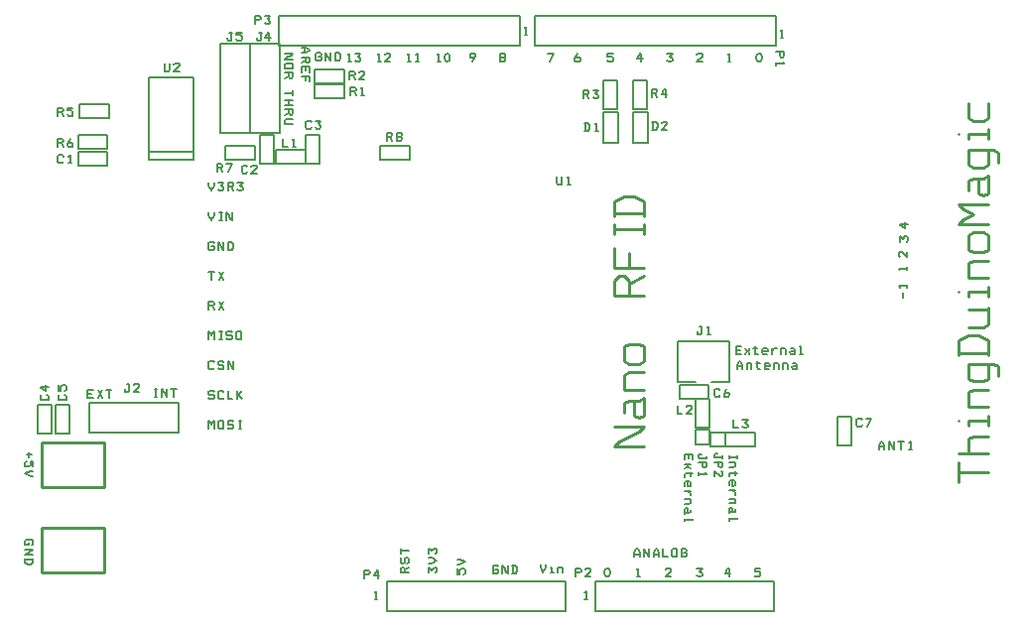
<source format=gto>
*
G04 Mass Parameters ***
*
G04 Image ***
*
%INC:\SVN\HWTREE\PROJECT\NANO_SHIELD\NANO_SHIELD_RX2.SST*%
%ICAS*%
%MOIN*%
%IPPOS*%
%ASAXBY*%
G74*%FSLAN2X34Y34*%
*
G04 Aperture Definitions ***
*
%ADD10C,0.1280*%
%ADD11C,0.0400*%
%ADD12R,0.0394X0.0394*%
%ADD13R,0.0236X0.0354*%
%ADD14R,0.0354X0.0236*%
%ADD15R,0.0390X0.0320*%
%ADD16R,0.0390X0.0390*%
%ADD17R,0.0410X0.0870*%
%ADD18C,0.0580*%
%ADD19R,0.0580X0.0580*%
%ADD20R,0.0300X0.0150*%
%ADD21R,0.0150X0.0300*%
%ADD22C,0.0620*%
%ADD23R,0.1850X0.1350*%
%ADD24O,0.0334X0.0931*%
%ADD25O,0.0931X0.0334*%
%ADD26O,0.0470X0.0140*%
%ADD27R,0.0470X0.0140*%
%ADD28C,0.0350*%
%ADD29C,0.0010*%
%ADD30C,0.0100*%
%ADD31C,0.0150*%
%ADD32C,0.0080*%
%ADD33C,0.0500*%
%ADD34C,0.0170*%
%ADD35C,0.0200*%
%ADD36R,0.1200X0.1200*%
%ADD37R,0.0472X0.0472*%
%ADD38R,0.0275X0.0393*%
%ADD39R,0.0393X0.0275*%
%ADD40R,0.0450X0.0380*%
%ADD41R,0.0450X0.0450*%
%ADD42R,0.0410X0.0750*%
%ADD43R,0.0330X0.0220*%
%ADD44R,0.0220X0.0330*%
%ADD45C,0.0640*%
%ADD46R,0.0640X0.0640*%
%ADD47C,0.0670*%
%ADD48R,0.1900X0.1400*%
%ADD49O,0.0394X0.0990*%
%ADD50O,0.0990X0.0394*%
%ADD51O,0.0510X0.0190*%
%ADD52R,0.0510X0.0190*%
%ADD53C,0.0157*%
%ADD54C,0.0079*%
%ADD55C,0.0051*%
%ADD56C,0.0050*%
%ADD57C,0.0060*%
*
G04 Plot Data ***
*
G54D30*
G01X0021134Y0013842D02*
X0020134D01*
X0021134Y0013758D02*
Y0014258D01*
X0020801Y0014425D01*
X0020467D01*
X0020134Y0014258D01*
Y0013758D01*
X0021134Y0013475D02*
Y0013142D01*
Y0013308D02*
X0020134D01*
Y0013475D02*
Y0013142D01*
X0020634Y0012525D02*
Y0012025D01*
X0021134D02*
X0020134D01*
Y0012692D01*
X0020634Y0011492D02*
X0021134Y0011742D01*
X0020634Y0011075D02*
Y0011575D01*
X0020467Y0011742D01*
X0020301D01*
X0020134Y0011575D01*
Y0011075D01*
X0021134D01*
Y0008883D02*
X0020967Y0008800D01*
X0020634D01*
X0020467Y0008883D01*
Y0009383D01*
X0020634Y0009467D01*
X0020967D01*
X0021134Y0009383D01*
Y0008883D01*
Y0008517D02*
X0020634D01*
X0020467Y0008433D01*
Y0007933D01*
X0021134D01*
X0020467Y0007150D02*
Y0007483D01*
X0020634Y0007567D01*
X0020967D01*
X0021134Y0007650D01*
Y0007067D01*
X0020967Y0006983D01*
X0020801Y0007067D01*
Y0007567D01*
X0020134Y0006700D02*
X0021134D01*
X0020967Y0006533D01*
X0020301Y0006200D01*
X0020134Y0006033D01*
X0021134D01*
X0032017Y0017550D02*
Y0017050D01*
X0032184Y0016967D01*
X0032517D01*
X0032684Y0017050D01*
Y0017550D01*
X0031685Y0016516D02*
X0031683D01*
Y0016517D01*
X0031685D01*
Y0016516D01*
X0032684Y0016683D02*
Y0016350D01*
Y0016517D02*
X0032017D01*
Y0016350D01*
X0033017Y0015567D02*
Y0015900D01*
X0032851Y0015983D01*
X0032017D01*
Y0015483D01*
X0032184Y0015400D01*
X0032517D01*
X0032684Y0015483D01*
Y0015983D01*
X0032017Y0014617D02*
Y0014950D01*
X0032184Y0015033D01*
X0032517D01*
X0032684Y0015117D01*
Y0014533D01*
X0032517Y0014450D01*
X0032351Y0014533D01*
Y0015033D01*
X0032684Y0014167D02*
X0031684D01*
X0031851Y0014000D01*
X0032184Y0013833D01*
X0031851Y0013667D01*
X0031684Y0013500D01*
X0032684D01*
Y0012633D02*
X0032517Y0012550D01*
X0032184D01*
X0032017Y0012633D01*
Y0013133D01*
X0032184Y0013217D01*
X0032517D01*
X0032684Y0013133D01*
Y0012633D01*
Y0012267D02*
X0032184D01*
X0032017Y0012183D01*
Y0011683D01*
X0032684D01*
X0031685Y0011232D02*
X0031683D01*
Y0011234D01*
X0031685D01*
Y0011232D01*
X0032684Y0011400D02*
Y0011067D01*
Y0011233D02*
X0032017D01*
Y0011067D01*
Y0010617D02*
X0032684D01*
Y0010700D02*
Y0010117D01*
X0032517Y0010033D01*
X0032017D01*
X0032684Y0009167D02*
X0031684D01*
X0032684Y0009083D02*
Y0009583D01*
X0032351Y0009750D01*
X0032017D01*
X0031684Y0009583D01*
Y0009083D01*
X0033017Y0008383D02*
Y0008717D01*
X0032851Y0008800D01*
X0032017D01*
Y0008300D01*
X0032184Y0008217D01*
X0032517D01*
X0032684Y0008300D01*
Y0008800D01*
Y0007933D02*
X0032184D01*
X0032017Y0007850D01*
Y0007350D01*
X0032684D01*
X0031685Y0006899D02*
X0031683D01*
Y0006901D01*
X0031685D01*
Y0006899D01*
X0032684Y0007067D02*
Y0006733D01*
Y0006900D02*
X0032017D01*
Y0006733D01*
X0032684Y0006367D02*
X0032184D01*
X0032017Y0006283D01*
Y0005783D01*
X0032684D02*
X0031684D01*
X0032684Y0005167D02*
X0031684D01*
Y0005500D02*
Y0004833D01*
X0003000Y0001800D02*
Y0003300D01*
X0000900D01*
Y0001800D01*
X0003000D01*
Y0004650D02*
Y0006150D01*
X0000900D01*
Y0004650D01*
X0003000D01*
G54D32*
G01X0008900Y0016550D02*
X0007900D01*
Y0019550D01*
X0008900D01*
Y0016550D01*
X0006900Y0019550D02*
X0007900D01*
Y0016550D01*
X0006900D01*
Y0019550D01*
X0005500Y0007500D02*
Y0006500D01*
X0002500D01*
Y0007500D01*
X0005500D01*
X0008850Y0020500D02*
Y0019500D01*
X0016950D01*
Y0020500D01*
X0016400D01*
X0015400D01*
X0014400D01*
X0013400D01*
X0012400D01*
X0010400D01*
X0008850D01*
X0017450D02*
Y0019500D01*
X0025550D01*
Y0020500D01*
X0025000D01*
X0024000D01*
X0023000D01*
X0022000D01*
X0021000D01*
X0019000D01*
X0017450D01*
X0018500Y0001500D02*
Y0000500D01*
X0012500D01*
Y0001500D01*
X0018500D01*
X0025500D02*
Y0000500D01*
X0019500D01*
Y0001500D01*
X0025500D01*
X0004500Y0015923D02*
X0006000D01*
X0004500Y0015673D02*
Y0018423D01*
X0006000D01*
Y0015673D01*
X0004500D01*
G54D55*
G01X0000764Y0007441D02*
X0001236D01*
Y0006458D01*
X0000764D01*
Y0007441D01*
X0001364D02*
X0001836D01*
Y0006458D01*
X0001364D01*
Y0007441D01*
X0002108Y0015460D02*
Y0015932D01*
X0003091D01*
Y0015460D01*
X0002108D01*
X0003141Y0017532D02*
Y0017060D01*
X0002158D01*
Y0017532D01*
X0003141D01*
X0020764Y0018341D02*
X0021236D01*
Y0017358D01*
X0020764D01*
Y0018341D01*
X0019764D02*
X0020236D01*
Y0017358D01*
X0019764D01*
Y0018341D01*
X0010058Y0017714D02*
Y0018186D01*
X0011041D01*
Y0017714D01*
X0010058D01*
X0027614Y0007041D02*
X0028086D01*
Y0006058D01*
X0027614D01*
Y0007041D01*
X0022864Y0007641D02*
X0023336D01*
Y0006658D01*
X0022864D01*
Y0007641D01*
X0012258Y0015664D02*
Y0016136D01*
X0013241D01*
Y0015664D01*
X0012258D01*
X0008214Y0016491D02*
X0008686D01*
Y0015508D01*
X0008214D01*
Y0016491D01*
X0009764D02*
X0010236D01*
Y0015508D01*
X0009764D01*
Y0016491D01*
X0002108Y0016010D02*
Y0016482D01*
X0003091D01*
Y0016010D01*
X0002108D01*
X0008041Y0016136D02*
Y0015664D01*
X0007058D01*
Y0016136D01*
X0008041D01*
X0010058Y0018214D02*
Y0018686D01*
X0011041D01*
Y0018214D01*
X0010058D01*
X0009741Y0015986D02*
Y0015514D01*
X0008758D01*
Y0015986D01*
X0009741D01*
X0022308Y0007614D02*
Y0008086D01*
X0023291D01*
Y0007614D01*
X0022308D01*
X0024841Y0006486D02*
Y0006014D01*
X0023858D01*
Y0006486D01*
X0024841D01*
G54D56*
G01X0008572Y0019744D02*
X0008394D01*
X0008483Y0019922D01*
X0008527D01*
Y0019656D01*
X0008116Y0019744D02*
Y0019700D01*
X0008138Y0019656D01*
X0008227D01*
X0008249Y0019700D01*
Y0019922D01*
X0008272D02*
X0008183D01*
X0023502Y0005025D02*
Y0005203D01*
X0023680Y0005025D01*
X0023724D01*
X0023769Y0005047D01*
Y0005180D01*
X0023724Y0005203D01*
X0023635Y0005503D02*
Y0005369D01*
X0023680Y0005325D01*
X0023724D01*
X0023769Y0005369D01*
Y0005503D01*
X0023502D01*
X0023591Y0005780D02*
X0023547D01*
X0023502Y0005758D01*
Y0005669D01*
X0023547Y0005647D01*
X0023769D01*
Y0005625D02*
Y0005714D01*
X0022958Y0005058D02*
Y0005147D01*
Y0005102D02*
X0023225D01*
X0023181Y0005147D01*
X0023092Y0005491D02*
Y0005358D01*
X0023136Y0005313D01*
X0023181D01*
X0023225Y0005358D01*
Y0005491D01*
X0022958D01*
X0023047Y0005769D02*
X0023003D01*
X0022958Y0005747D01*
Y0005658D01*
X0023003Y0005635D01*
X0023225D01*
Y0005613D02*
Y0005702D01*
X0023850Y0006480D02*
Y0006020D01*
X0023350D01*
Y0006480D01*
X0023850D01*
X0022870Y0006600D02*
X0023330D01*
Y0006100D01*
X0022870D01*
Y0006600D01*
X0021250Y0016240D02*
Y0017260D01*
X0020750D01*
Y0016240D01*
X0021250D01*
X0020250D02*
Y0017260D01*
X0019750D01*
Y0016240D01*
X0020250D01*
G54D57*
G01X0026447Y0009137D02*
X0026358D01*
X0026402D02*
Y0009404D01*
X0026358D01*
X0026060Y0009315D02*
X0026149D01*
X0026171Y0009271D01*
Y0009182D01*
X0026193Y0009137D01*
X0026038D01*
X0026016Y0009182D01*
X0026038Y0009226D01*
X0026171D01*
X0025873Y0009137D02*
Y0009271D01*
X0025851Y0009315D01*
X0025718D01*
Y0009137D01*
X0025576Y0009315D02*
X0025487D01*
X0025465Y0009271D01*
X0025420D01*
Y0009315D02*
Y0009137D01*
X0025256D02*
X0025122D01*
X0025100Y0009182D01*
Y0009271D01*
X0025122Y0009315D01*
X0025256D01*
X0025278Y0009271D01*
Y0009226D01*
X0025100D01*
X0024936Y0009315D02*
X0024802D01*
X0024958Y0009137D02*
X0024869D01*
X0024847Y0009182D01*
Y0009404D01*
X0024660Y0009315D02*
X0024638Y0009271D01*
X0024549Y0009182D01*
X0024527Y0009137D01*
X0024660D02*
X0024638Y0009182D01*
X0024549Y0009271D01*
X0024527Y0009315D01*
X0024340Y0009271D02*
X0024207D01*
X0024385Y0009137D02*
X0024207D01*
Y0009404D01*
X0024385D01*
X0026132Y0008815D02*
X0026221D01*
X0026243Y0008771D01*
Y0008682D01*
X0026266Y0008637D01*
X0026110D01*
X0026088Y0008682D01*
X0026110Y0008726D01*
X0026243D01*
X0025946Y0008637D02*
Y0008771D01*
X0025923Y0008815D01*
X0025790D01*
Y0008637D01*
X0025648D02*
Y0008771D01*
X0025626Y0008815D01*
X0025492D01*
Y0008637D01*
X0025328D02*
X0025195D01*
X0025172Y0008682D01*
Y0008771D01*
X0025195Y0008815D01*
X0025328D01*
X0025350Y0008771D01*
Y0008726D01*
X0025172D01*
X0025008Y0008815D02*
X0024875D01*
X0025030Y0008637D02*
X0024941D01*
X0024919Y0008682D01*
Y0008904D01*
X0024732Y0008637D02*
Y0008771D01*
X0024710Y0008815D01*
X0024577D01*
Y0008637D01*
X0024435Y0008726D02*
X0024257D01*
X0024435Y0008637D02*
Y0008771D01*
X0024368Y0008904D01*
X0024324D01*
X0024257Y0008771D01*
Y0008637D01*
X0026447Y0009137D02*
X0026358D01*
X0026402D02*
Y0009404D01*
X0026358D01*
X0026060Y0009315D02*
X0026149D01*
X0026171Y0009271D01*
Y0009182D01*
X0026193Y0009137D01*
X0026038D01*
X0026016Y0009182D01*
X0026038Y0009226D01*
X0026171D01*
X0025873Y0009137D02*
Y0009271D01*
X0025851Y0009315D01*
X0025718D01*
Y0009137D01*
X0025576Y0009315D02*
X0025487D01*
X0025465Y0009271D01*
X0025420D01*
Y0009315D02*
Y0009137D01*
X0025256D02*
X0025122D01*
X0025100Y0009182D01*
Y0009271D01*
X0025122Y0009315D01*
X0025256D01*
X0025278Y0009271D01*
Y0009226D01*
X0025100D01*
X0024936Y0009315D02*
X0024802D01*
X0024958Y0009137D02*
X0024869D01*
X0024847Y0009182D01*
Y0009404D01*
X0024660Y0009315D02*
X0024638Y0009271D01*
X0024549Y0009182D01*
X0024527Y0009137D01*
X0024660D02*
X0024638Y0009182D01*
X0024549Y0009271D01*
X0024527Y0009315D01*
X0024340Y0009271D02*
X0024207D01*
X0024385Y0009137D02*
X0024207D01*
Y0009404D01*
X0024385D01*
X0023996Y0003536D02*
Y0003625D01*
Y0003581D02*
X0024262D01*
Y0003625D01*
X0024174Y0003923D02*
Y0003834D01*
X0024129Y0003812D01*
X0024040D01*
X0023996Y0003790D01*
Y0003945D01*
X0024040Y0003967D01*
X0024085Y0003945D01*
Y0003812D01*
X0023996Y0004110D02*
X0024129D01*
X0024174Y0004132D01*
Y0004265D01*
X0023996D01*
X0024174Y0004407D02*
Y0004496D01*
X0024129Y0004518D01*
Y0004563D01*
X0024174D02*
X0023996D01*
Y0004727D02*
Y0004861D01*
X0024040Y0004883D01*
X0024129D01*
X0024174Y0004861D01*
Y0004727D01*
X0024129Y0004705D01*
X0024085D01*
Y0004883D01*
X0024174Y0005047D02*
Y0005181D01*
X0023996Y0005025D02*
Y0005114D01*
X0024040Y0005136D01*
X0024262D01*
X0023996Y0005323D02*
X0024129D01*
X0024174Y0005345D01*
Y0005478D01*
X0023996D01*
Y0005621D02*
Y0005709D01*
Y0005665D02*
X0024262D01*
Y0005621D02*
Y0005709D01*
X0009334Y0016851D02*
X0009112D01*
X0009067Y0016873D01*
Y0017007D01*
X0009112Y0017029D01*
X0009334D01*
X0009201Y0017238D02*
X0009067Y0017171D01*
X0009201Y0017349D02*
Y0017216D01*
X0009245Y0017171D01*
X0009290D01*
X0009334Y0017216D01*
Y0017349D01*
X0009067D01*
X0009201Y0017491D02*
Y0017669D01*
X0009067Y0017491D02*
X0009334D01*
X0009067Y0017669D02*
X0009334D01*
X0009067Y0017900D02*
X0009334D01*
Y0017811D02*
Y0017989D01*
X0009188Y0018465D02*
X0009055Y0018399D01*
X0009188Y0018577D02*
Y0018443D01*
X0009233Y0018399D01*
X0009277D01*
X0009321Y0018443D01*
Y0018577D01*
X0009055D01*
Y0018874D02*
X0009099Y0018897D01*
X0009277D01*
X0009321Y0018874D01*
Y0018741D01*
X0009277Y0018719D01*
X0009099D01*
X0009055Y0018741D01*
Y0018874D01*
X0009321Y0019039D02*
X0009055D01*
X0009099Y0019083D01*
X0009277Y0019172D01*
X0009321Y0019217D01*
X0009055D01*
X0000336Y0002228D02*
X0000603D01*
X0000336Y0002250D02*
Y0002117D01*
X0000425Y0002072D01*
X0000514D01*
X0000603Y0002117D01*
Y0002250D01*
Y0002392D02*
X0000336D01*
X0000381Y0002437D01*
X0000558Y0002526D01*
X0000603Y0002570D01*
X0000336D01*
X0000469Y0002801D02*
Y0002712D01*
X0000381D01*
X0000336Y0002735D01*
Y0002868D01*
X0000381Y0002890D01*
X0000558D01*
X0000603Y0002868D01*
Y0002735D01*
X0000558Y0002712D01*
X0007426Y0019711D02*
X0007448Y0019667D01*
X0007582D01*
X0007604Y0019711D01*
Y0019800D01*
X0007559Y0019844D01*
X0007426D01*
Y0019933D01*
X0007604D01*
X0007128Y0019755D02*
Y0019711D01*
X0007151Y0019667D01*
X0007239D01*
X0007262Y0019711D01*
Y0019933D01*
X0007284D02*
X0007195D01*
X0000603Y0005022D02*
X0000514D01*
X0000336Y0005111D01*
X0000514Y0005200D01*
X0000603D01*
X0000381Y0005520D02*
X0000336Y0005498D01*
Y0005365D01*
X0000381Y0005342D01*
X0000469D01*
X0000514Y0005387D01*
Y0005520D01*
X0000603D01*
Y0005342D01*
X0000558Y0005751D02*
X0000381D01*
X0000469Y0005662D02*
Y0005840D01*
X0004153Y0007855D02*
X0003975D01*
X0004153Y0008033D01*
Y0008077D01*
X0004131Y0008122D01*
X0003998D01*
X0003975Y0008077D01*
X0003678Y0007944D02*
Y0007899D01*
X0003700Y0007855D01*
X0003789D01*
X0003811Y0007899D01*
Y0008122D01*
X0003833D02*
X0003744D01*
X0001017Y0008081D02*
Y0007903D01*
X0000840Y0007992D01*
Y0008037D01*
X0001106D01*
X0001062Y0007761D02*
X0001106Y0007739D01*
Y0007606D01*
X0001062Y0007583D01*
X0000884D01*
X0000840Y0007606D01*
Y0007739D01*
X0000884Y0007761D01*
X0005318Y0007705D02*
Y0007971D01*
X0005407D02*
X0005229D01*
X0005087D02*
Y0007705D01*
X0005042Y0007749D01*
X0004953Y0007927D01*
X0004909Y0007971D01*
Y0007705D01*
X0004767D02*
X0004678D01*
X0004722D02*
Y0007971D01*
X0004767D02*
X0004678D01*
X0003140Y0007655D02*
Y0007921D01*
X0003229D02*
X0003051D01*
X0002909Y0007655D02*
X0002776Y0007921D01*
X0002909D02*
X0002776Y0007655D01*
X0002567Y0007788D02*
X0002433D01*
X0002611Y0007655D02*
X0002433D01*
Y0007921D01*
X0002611D01*
X0007440Y0009621D02*
X0007418Y0009666D01*
Y0009843D01*
X0007440Y0009888D01*
X0007573D01*
X0007596Y0009843D01*
Y0009666D01*
X0007573Y0009621D01*
X0007440D01*
X0007276Y0009843D02*
X0007253Y0009888D01*
X0007120D01*
X0007098Y0009843D01*
Y0009799D01*
X0007120Y0009754D01*
X0007253D01*
X0007276Y0009710D01*
Y0009666D01*
X0007253Y0009621D01*
X0007120D01*
X0007098Y0009666D01*
X0006956Y0009621D02*
X0006867D01*
X0006911D02*
Y0009888D01*
X0006956D02*
X0006867D01*
X0006680Y0009621D02*
Y0009888D01*
X0006636Y0009843D01*
X0006591Y0009754D01*
X0006547Y0009843D01*
X0006502Y0009888D01*
Y0009621D01*
X0007276Y0013888D02*
Y0013621D01*
X0007231Y0013666D01*
X0007142Y0013843D01*
X0007098Y0013888D01*
Y0013621D01*
X0006956D02*
X0006867D01*
X0006911D02*
Y0013888D01*
X0006956D02*
X0006867D01*
X0006680D02*
Y0013799D01*
X0006591Y0013621D01*
X0006502Y0013799D01*
Y0013888D01*
X0007320Y0008888D02*
Y0008621D01*
X0007276Y0008666D01*
X0007187Y0008843D01*
X0007142Y0008888D01*
Y0008621D01*
X0007000Y0008843D02*
X0006978Y0008888D01*
X0006844D01*
X0006822Y0008843D01*
Y0008799D01*
X0006844Y0008754D01*
X0006978D01*
X0007000Y0008710D01*
Y0008666D01*
X0006978Y0008621D01*
X0006844D01*
X0006822Y0008666D01*
X0006680D02*
X0006658Y0008621D01*
X0006524D01*
X0006502Y0008666D01*
Y0008843D01*
X0006524Y0008888D01*
X0006658D01*
X0006680Y0008843D01*
X0007618Y0007621D02*
X0007484Y0007754D01*
X0007618Y0007888D01*
X0007440D02*
Y0007621D01*
X0007298D02*
X0007142D01*
Y0007888D01*
X0007000Y0007666D02*
X0006978Y0007621D01*
X0006844D01*
X0006822Y0007666D01*
Y0007843D01*
X0006844Y0007888D01*
X0006978D01*
X0007000Y0007843D01*
X0006680D02*
X0006658Y0007888D01*
X0006524D01*
X0006502Y0007843D01*
Y0007799D01*
X0006524Y0007754D01*
X0006658D01*
X0006680Y0007710D01*
Y0007666D01*
X0006658Y0007621D01*
X0006524D01*
X0006502Y0007666D01*
X0007462Y0014666D02*
X0007507Y0014621D01*
X0007596D01*
X0007640Y0014666D01*
Y0014710D01*
X0007551Y0014799D01*
X0007640Y0014888D01*
X0007462D01*
X0007253Y0014754D02*
X0007320Y0014621D01*
X0007142Y0014754D02*
X0007276D01*
X0007320Y0014799D01*
Y0014843D01*
X0007276Y0014888D01*
X0007142D01*
Y0014621D01*
X0006822Y0014666D02*
X0006867Y0014621D01*
X0006956D01*
X0007000Y0014666D01*
Y0014710D01*
X0006911Y0014799D01*
X0007000Y0014888D01*
X0006822D01*
X0006680D02*
Y0014799D01*
X0006591Y0014621D01*
X0006502Y0014799D01*
Y0014888D01*
X0007596Y0006621D02*
X0007507D01*
X0007551D02*
Y0006888D01*
X0007596D02*
X0007507D01*
X0007320Y0006843D02*
X0007298Y0006888D01*
X0007164D01*
X0007142Y0006843D01*
Y0006799D01*
X0007164Y0006754D01*
X0007298D01*
X0007320Y0006710D01*
Y0006666D01*
X0007298Y0006621D01*
X0007164D01*
X0007142Y0006666D01*
X0006844Y0006621D02*
X0006822Y0006666D01*
Y0006843D01*
X0006844Y0006888D01*
X0006978D01*
X0007000Y0006843D01*
Y0006666D01*
X0006978Y0006621D01*
X0006844D01*
X0006680D02*
Y0006888D01*
X0006636Y0006843D01*
X0006591Y0006754D01*
X0006547Y0006843D01*
X0006502Y0006888D01*
Y0006621D01*
X0001889Y0015550D02*
X0001800D01*
X0001845D02*
Y0015816D01*
X0001800Y0015772D01*
X0001614Y0015594D02*
X0001592Y0015550D01*
X0001458D01*
X0001436Y0015594D01*
Y0015772D01*
X0001458Y0015816D01*
X0001592D01*
X0001614Y0015772D01*
X0021887Y0017861D02*
X0021710D01*
X0021799Y0018039D01*
X0021843D01*
Y0017772D01*
X0021501Y0017906D02*
X0021567Y0017772D01*
X0021390Y0017906D02*
X0021523D01*
X0021567Y0017950D01*
Y0017994D01*
X0021523Y0018039D01*
X0021390D01*
Y0017772D01*
X0001753Y0017184D02*
X0001776Y0017140D01*
X0001909D01*
X0001931Y0017184D01*
Y0017273D01*
X0001887Y0017317D01*
X0001753D01*
Y0017406D01*
X0001931D01*
X0001544Y0017273D02*
X0001611Y0017140D01*
X0001433Y0017273D02*
X0001567D01*
X0001611Y0017317D01*
Y0017362D01*
X0001567Y0017406D01*
X0001433D01*
Y0017140D01*
X0019410Y0017767D02*
X0019454Y0017722D01*
X0019543D01*
X0019587Y0017767D01*
Y0017811D01*
X0019499Y0017900D01*
X0019587Y0017989D01*
X0019410D01*
X0019201Y0017856D02*
X0019267Y0017722D01*
X0019090Y0017856D02*
X0019223D01*
X0019267Y0017900D01*
Y0017944D01*
X0019223Y0017989D01*
X0019090D01*
Y0017722D01*
X0012167Y0000905D02*
X0012078D01*
X0012122D02*
Y0001171D01*
X0012078Y0001127D01*
X0016709Y0001761D02*
Y0002028D01*
X0016687Y0001761D02*
X0016821D01*
X0016865Y0001850D01*
Y0001939D01*
X0016821Y0002028D01*
X0016687D01*
X0016545D02*
Y0001761D01*
X0016501Y0001806D01*
X0016412Y0001983D01*
X0016367Y0002028D01*
Y0001761D01*
X0016136Y0001894D02*
X0016225D01*
Y0001806D01*
X0016203Y0001761D01*
X0016069D01*
X0016047Y0001806D01*
Y0001983D01*
X0016069Y0002028D01*
X0016203D01*
X0016225Y0001983D01*
X0019578Y0016620D02*
X0019489D01*
X0019534D02*
Y0016887D01*
X0019489Y0016842D01*
X0019147Y0016620D02*
Y0016887D01*
X0019125Y0016620D02*
X0019258D01*
X0019303Y0016709D01*
Y0016798D01*
X0019258Y0016887D01*
X0019125D01*
X0019217Y0000905D02*
X0019128D01*
X0019172D02*
Y0001171D01*
X0019128Y0001127D01*
X0023828Y0007837D02*
X0023962D01*
X0023984Y0007792D01*
Y0007748D01*
X0023962Y0007704D01*
X0023828D01*
X0023806Y0007748D01*
Y0007792D01*
X0023895Y0007970D01*
X0023664Y0007748D02*
X0023642Y0007704D01*
X0023508D01*
X0023486Y0007748D01*
Y0007926D01*
X0023508Y0007970D01*
X0023642D01*
X0023664Y0007926D01*
X0025794Y0019767D02*
X0025705D01*
X0025750D02*
Y0020034D01*
X0025705Y0019990D01*
X0019325Y0001655D02*
X0019148D01*
X0019325Y0001833D01*
Y0001877D01*
X0019303Y0001922D01*
X0019170D01*
X0019148Y0001877D01*
X0018828Y0001788D02*
X0018961D01*
X0019005Y0001833D01*
Y0001877D01*
X0018961Y0001922D01*
X0018828D01*
Y0001655D01*
X0009756Y0018328D02*
Y0018461D01*
X0009622D02*
X0009889D01*
Y0018283D01*
X0009756Y0018648D02*
Y0018781D01*
X0009622Y0018603D02*
Y0018781D01*
X0009889D01*
Y0018603D01*
X0009756Y0018990D02*
X0009622Y0018923D01*
X0009756Y0019101D02*
Y0018968D01*
X0009800Y0018923D01*
X0009844D01*
X0009889Y0018968D01*
Y0019101D01*
X0009622D01*
X0009711Y0019243D02*
Y0019421D01*
X0009622Y0019243D02*
X0009756D01*
X0009889Y0019310D01*
Y0019354D01*
X0009756Y0019421D01*
X0009622D01*
X0006978Y0010621D02*
X0006844Y0010888D01*
X0006978D02*
X0006844Y0010621D01*
X0006613Y0010754D02*
X0006680Y0010621D01*
X0006502Y0010754D02*
X0006636D01*
X0006680Y0010799D01*
Y0010843D01*
X0006636Y0010888D01*
X0006502D01*
Y0010621D01*
X0010759Y0018983D02*
Y0019250D01*
X0010737Y0018983D02*
X0010871D01*
X0010915Y0019072D01*
Y0019161D01*
X0010871Y0019250D01*
X0010737D01*
X0010595D02*
Y0018983D01*
X0010551Y0019028D01*
X0010462Y0019206D01*
X0010417Y0019250D01*
Y0018983D01*
X0010186Y0019117D02*
X0010275D01*
Y0019028D01*
X0010253Y0018983D01*
X0010119D01*
X0010097Y0019028D01*
Y0019206D01*
X0010119Y0019250D01*
X0010253D01*
X0010275Y0019206D01*
X0022715Y0007122D02*
X0022537D01*
X0022715Y0007300D01*
Y0007344D01*
X0022693Y0007389D01*
X0022560D01*
X0022537Y0007344D01*
X0022395Y0007122D02*
X0022240D01*
Y0007389D01*
X0029953Y0012565D02*
Y0012388D01*
X0029775Y0012565D01*
X0029731D01*
X0029686Y0012543D01*
Y0012410D01*
X0029731Y0012388D01*
X0007164Y0012621D02*
Y0012888D01*
X0007142Y0012621D02*
X0007276D01*
X0007320Y0012710D01*
Y0012799D01*
X0007276Y0012888D01*
X0007142D01*
X0007000D02*
Y0012621D01*
X0006956Y0012666D01*
X0006867Y0012843D01*
X0006822Y0012888D01*
Y0012621D01*
X0006591Y0012754D02*
X0006680D01*
Y0012666D01*
X0006658Y0012621D01*
X0006524D01*
X0006502Y0012666D01*
Y0012843D01*
X0006524Y0012888D01*
X0006658D01*
X0006680Y0012843D01*
X0011734Y0018354D02*
X0011556D01*
X0011734Y0018531D01*
Y0018576D01*
X0011712Y0018620D01*
X0011578D01*
X0011556Y0018576D01*
X0011347Y0018487D02*
X0011414Y0018354D01*
X0011236Y0018487D02*
X0011369D01*
X0011414Y0018531D01*
Y0018576D01*
X0011369Y0018620D01*
X0011236D01*
Y0018354D01*
X0017942Y0018961D02*
X0018075Y0019228D01*
X0017897D01*
X0018376Y0001783D02*
Y0001917D01*
X0018354Y0001961D01*
X0018221D01*
Y0001783D01*
X0018034Y0002050D02*
X0018078Y0001783D02*
X0017989D01*
X0018034D02*
Y0001961D01*
X0017989D01*
X0017825Y0002050D02*
Y0001961D01*
X0017736Y0001783D01*
X0017647Y0001961D01*
Y0002050D01*
X0008112Y0015197D02*
X0007935D01*
X0008112Y0015375D01*
Y0015419D01*
X0008090Y0015464D01*
X0007957D01*
X0007935Y0015419D01*
X0007792Y0015242D02*
X0007770Y0015197D01*
X0007637D01*
X0007615Y0015242D01*
Y0015419D01*
X0007637Y0015464D01*
X0007770D01*
X0007792Y0015419D01*
X0023075Y0018961D02*
X0022897D01*
X0023075Y0019139D01*
Y0019183D01*
X0023053Y0019228D01*
X0022919D01*
X0022897Y0019183D01*
X0024031Y0018961D02*
X0023942D01*
X0023986D02*
Y0019228D01*
X0023942Y0019183D01*
X0018642Y0014831D02*
X0018553D01*
X0018597D02*
Y0015098D01*
X0018553Y0015053D01*
X0018366Y0015098D02*
Y0014876D01*
X0018344Y0014831D01*
X0018210D01*
X0018188Y0014876D01*
Y0015098D01*
X0021897Y0019006D02*
X0021942Y0018961D01*
X0022031D01*
X0022075Y0019006D01*
Y0019050D01*
X0021986Y0019139D01*
X0022075Y0019228D01*
X0021897D01*
X0023075Y0018961D02*
X0022897D01*
X0023075Y0019139D01*
Y0019183D01*
X0023053Y0019228D01*
X0022919D01*
X0022897Y0019183D01*
X0024031Y0018961D02*
X0023942D01*
X0023986D02*
Y0019228D01*
X0023942Y0019183D01*
X0024964Y0018961D02*
X0024919Y0019006D01*
X0024897Y0019050D01*
Y0019139D01*
X0024919Y0019183D01*
X0024964Y0019228D01*
X0025008D01*
X0025053Y0019183D01*
X0025075Y0019139D01*
Y0019050D01*
X0025053Y0019006D01*
X0025008Y0018961D01*
X0024964D01*
X0030117Y0005928D02*
X0030028D01*
X0030072D02*
Y0006195D01*
X0030028Y0006150D01*
X0029752Y0005928D02*
Y0006195D01*
X0029841D02*
X0029663D01*
X0029521D02*
Y0005928D01*
X0029477Y0005973D01*
X0029388Y0006150D01*
X0029343Y0006195D01*
Y0005928D01*
X0029201Y0006017D02*
X0029023D01*
X0029201Y0005928D02*
Y0006061D01*
X0029134Y0006195D01*
X0029090D01*
X0029023Y0006061D01*
Y0005928D01*
X0011714Y0017829D02*
X0011625D01*
X0011670D02*
Y0018095D01*
X0011625Y0018051D01*
X0011372Y0017962D02*
X0011439Y0017829D01*
X0011261Y0017962D02*
X0011394D01*
X0011439Y0018006D01*
Y0018051D01*
X0011394Y0018095D01*
X0011261D01*
Y0017829D01*
X0001662Y0007903D02*
X0001706Y0007926D01*
Y0008059D01*
X0001662Y0008081D01*
X0001573D01*
X0001529Y0008037D01*
Y0007903D01*
X0001440D01*
Y0008081D01*
X0001662Y0007761D02*
X0001706Y0007739D01*
Y0007606D01*
X0001662Y0007583D01*
X0001484D01*
X0001440Y0007606D01*
Y0007739D01*
X0001484Y0007761D01*
X0014847Y0002231D02*
X0014936D01*
X0015114Y0002142D01*
X0014936Y0002053D01*
X0014847D01*
X0015069Y0001733D02*
X0015114Y0001756D01*
Y0001889D01*
X0015069Y0001911D01*
X0014981D01*
X0014936Y0001867D01*
Y0001733D01*
X0014847D01*
Y0001911D01*
X0024964Y0018961D02*
X0024919Y0019006D01*
X0024897Y0019050D01*
Y0019139D01*
X0024919Y0019183D01*
X0024964Y0019228D01*
X0025008D01*
X0025053Y0019183D01*
X0025075Y0019139D01*
Y0019050D01*
X0025053Y0019006D01*
X0025008Y0018961D01*
X0024964D01*
X0012225Y0001694D02*
X0012048D01*
X0012137Y0001872D01*
X0012181D01*
Y0001605D01*
X0011728Y0001738D02*
X0011861D01*
X0011905Y0001783D01*
Y0001827D01*
X0011861Y0001872D01*
X0011728D01*
Y0001605D01*
X0028629Y0006697D02*
X0028762Y0006964D01*
X0028585D01*
X0028442Y0006742D02*
X0028420Y0006697D01*
X0028287D01*
X0028265Y0006742D01*
Y0006919D01*
X0028287Y0006964D01*
X0028420D01*
X0028442Y0006919D01*
X0001778Y0016233D02*
X0001912D01*
X0001934Y0016188D01*
Y0016144D01*
X0001912Y0016100D01*
X0001778D01*
X0001756Y0016144D01*
Y0016188D01*
X0001845Y0016366D01*
X0001547Y0016233D02*
X0001614Y0016100D01*
X0001436Y0016233D02*
X0001569D01*
X0001614Y0016277D01*
Y0016322D01*
X0001569Y0016366D01*
X0001436D01*
Y0016100D01*
X0012601Y0018961D02*
X0012423D01*
X0012601Y0019139D01*
Y0019183D01*
X0012578Y0019228D01*
X0012445D01*
X0012423Y0019183D01*
X0012281Y0018961D02*
X0012192D01*
X0012236D02*
Y0019228D01*
X0012192Y0019183D01*
X0016428Y0019094D02*
X0016450Y0019139D01*
Y0019183D01*
X0016428Y0019228D01*
X0016294D01*
X0016272Y0019183D01*
Y0019139D01*
X0016294Y0019094D01*
X0016428D01*
X0016450Y0019050D01*
Y0019006D01*
X0016428Y0018961D01*
X0016294D01*
X0016272Y0019006D01*
Y0019050D01*
X0016294Y0019094D01*
X0024025Y0001750D02*
X0023847D01*
X0023936Y0001928D01*
X0023981D01*
Y0001661D01*
X0024847Y0001706D02*
X0024869Y0001661D01*
X0025003D01*
X0025025Y0001706D01*
Y0001794D01*
X0024981Y0001839D01*
X0024847D01*
Y0001928D01*
X0025025D01*
X0018819Y0019094D02*
X0018953D01*
X0018975Y0019050D01*
Y0019006D01*
X0018953Y0018961D01*
X0018819D01*
X0018797Y0019006D01*
Y0019050D01*
X0018886Y0019228D01*
X0022464Y0002444D02*
X0022553D01*
Y0002356D01*
X0022530Y0002311D01*
X0022397D01*
X0022375Y0002356D01*
Y0002533D01*
X0022397Y0002578D01*
X0022530D01*
X0022553Y0002533D01*
X0022077Y0002311D02*
X0022055Y0002356D01*
Y0002533D01*
X0022077Y0002578D01*
X0022210D01*
X0022233Y0002533D01*
Y0002356D01*
X0022210Y0002311D01*
X0022077D01*
X0021913D02*
X0021757D01*
Y0002578D01*
X0021615Y0002400D02*
X0021437D01*
X0021615Y0002311D02*
Y0002444D01*
X0021548Y0002578D01*
X0021504D01*
X0021437Y0002444D01*
Y0002311D01*
X0021295Y0002578D02*
Y0002311D01*
X0021251Y0002356D01*
X0021162Y0002533D01*
X0021117Y0002578D01*
Y0002311D01*
X0020975Y0002400D02*
X0020797D01*
X0020975Y0002311D02*
Y0002444D01*
X0020908Y0002578D01*
X0020864D01*
X0020797Y0002444D01*
Y0002311D01*
X0021898Y0016670D02*
X0021720D01*
X0021898Y0016848D01*
Y0016892D01*
X0021875Y0016937D01*
X0021742D01*
X0021720Y0016892D01*
X0021422Y0016670D02*
Y0016937D01*
X0021400Y0016670D02*
X0021533D01*
X0021578Y0016759D01*
Y0016848D01*
X0021533Y0016937D01*
X0021400D01*
X0021897Y0019006D02*
X0021942Y0018961D01*
X0022031D01*
X0022075Y0019006D01*
Y0019050D01*
X0021986Y0019139D01*
X0022075Y0019228D01*
X0021897D01*
X0009414Y0016094D02*
X0009326D01*
X0009370D02*
Y0016360D01*
X0009326Y0016316D01*
X0009139Y0016094D02*
X0008983D01*
Y0016360D01*
X0022496Y0003514D02*
Y0003603D01*
Y0003558D02*
X0022762D01*
Y0003603D01*
X0022674Y0003901D02*
Y0003812D01*
X0022629Y0003790D01*
X0022540D01*
X0022496Y0003767D01*
Y0003923D01*
X0022540Y0003945D01*
X0022585Y0003923D01*
Y0003790D01*
X0022496Y0004087D02*
X0022629D01*
X0022674Y0004110D01*
Y0004243D01*
X0022496D01*
X0022674Y0004385D02*
Y0004474D01*
X0022629Y0004496D01*
Y0004541D01*
X0022674D02*
X0022496D01*
Y0004705D02*
Y0004838D01*
X0022540Y0004861D01*
X0022629D01*
X0022674Y0004838D01*
Y0004705D01*
X0022629Y0004683D01*
X0022585D01*
Y0004861D01*
X0022674Y0005025D02*
Y0005158D01*
X0022496Y0005003D02*
Y0005092D01*
X0022540Y0005114D01*
X0022762D01*
X0022674Y0005301D02*
X0022629Y0005323D01*
X0022540Y0005412D01*
X0022496Y0005434D01*
Y0005301D02*
X0022540Y0005323D01*
X0022629Y0005412D01*
X0022674Y0005434D01*
X0022629Y0005621D02*
Y0005754D01*
X0022496Y0005576D02*
Y0005754D01*
X0022762D01*
Y0005576D01*
X0014119Y0002423D02*
X0014164Y0002468D01*
Y0002557D01*
X0014119Y0002601D01*
X0014075D01*
X0013986Y0002512D01*
X0013897Y0002601D01*
Y0002423D01*
Y0002281D02*
X0013986D01*
X0014164Y0002192D01*
X0013986Y0002103D01*
X0013897D01*
X0014119Y0001783D02*
X0014164Y0001828D01*
Y0001917D01*
X0014119Y0001961D01*
X0014075D01*
X0013986Y0001872D01*
X0013897Y0001961D01*
Y0001783D01*
X0029903Y0013550D02*
Y0013372D01*
X0029726Y0013461D01*
Y0013505D01*
X0029992D01*
X0029953Y0011463D02*
Y0011374D01*
Y0011419D02*
X0029686D01*
X0029731Y0011374D01*
X0029820Y0011187D02*
Y0011010D01*
X0005511Y0018636D02*
X0005333D01*
X0005511Y0018813D01*
Y0018858D01*
X0005489Y0018902D01*
X0005356D01*
X0005333Y0018858D01*
X0005191Y0018902D02*
Y0018680D01*
X0005169Y0018636D01*
X0005036D01*
X0005013Y0018680D01*
Y0018902D01*
X0008387Y0020262D02*
X0008431Y0020217D01*
X0008520D01*
X0008564Y0020262D01*
Y0020306D01*
X0008476Y0020395D01*
X0008564Y0020484D01*
X0008387D01*
X0008067Y0020351D02*
X0008200D01*
X0008244Y0020395D01*
Y0020439D01*
X0008200Y0020484D01*
X0008067D01*
Y0020217D01*
X0021075Y0019050D02*
X0020897D01*
X0020986Y0019228D01*
X0021031D01*
Y0018961D01*
X0013214Y0002512D02*
X0012947D01*
Y0002601D02*
Y0002423D01*
X0012992Y0002281D02*
X0012947Y0002259D01*
Y0002126D01*
X0012992Y0002103D01*
X0013036D01*
X0013081Y0002126D01*
Y0002259D01*
X0013125Y0002281D01*
X0013169D01*
X0013214Y0002259D01*
Y0002126D01*
X0013169Y0002103D01*
X0013081Y0001894D02*
X0013214Y0001961D01*
X0013081Y0001783D02*
Y0001917D01*
X0013036Y0001961D01*
X0012992D01*
X0012947Y0001917D01*
Y0001783D01*
X0013214D01*
X0029903Y0013550D02*
Y0013372D01*
X0029726Y0013461D01*
Y0013505D01*
X0029992D01*
X0029953Y0012049D02*
Y0011960D01*
Y0012004D02*
X0029686D01*
X0029731Y0011960D01*
X0029948Y0012899D02*
X0029992Y0012944D01*
Y0013033D01*
X0029948Y0013077D01*
X0029903D01*
X0029815Y0012988D01*
X0029726Y0013077D01*
Y0012899D01*
X0023338Y0009787D02*
X0023249D01*
X0023293D02*
Y0010054D01*
X0023249Y0010009D01*
X0022907Y0009876D02*
Y0009832D01*
X0022929Y0009787D01*
X0023018D01*
X0023040Y0009832D01*
Y0010054D01*
X0023062D02*
X0022974D01*
X0020981Y0001661D02*
X0020892D01*
X0020936D02*
Y0001928D01*
X0020892Y0001883D01*
X0019864Y0001661D02*
X0019819Y0001706D01*
X0019797Y0001750D01*
Y0001839D01*
X0019819Y0001883D01*
X0019864Y0001928D01*
X0019908D01*
X0019953Y0001883D01*
X0019975Y0001839D01*
Y0001750D01*
X0019953Y0001706D01*
X0019908Y0001661D01*
X0019864D01*
X0012962Y0016437D02*
X0012984Y0016481D01*
Y0016526D01*
X0012962Y0016570D01*
X0012828D01*
X0012806Y0016526D01*
Y0016481D01*
X0012828Y0016437D01*
X0012962D01*
X0012984Y0016392D01*
Y0016348D01*
X0012962Y0016304D01*
X0012828D01*
X0012806Y0016348D01*
Y0016392D01*
X0012828Y0016437D01*
X0012597D02*
X0012664Y0016304D01*
X0012486Y0016437D02*
X0012619D01*
X0012664Y0016481D01*
Y0016526D01*
X0012619Y0016570D01*
X0012486D01*
Y0016304D01*
X0013556Y0018961D02*
X0013467D01*
X0013512D02*
Y0019228D01*
X0013467Y0019183D01*
X0013281Y0018961D02*
X0013192D01*
X0013236D02*
Y0019228D01*
X0013192Y0019183D01*
X0029948Y0012899D02*
X0029992Y0012944D01*
Y0013033D01*
X0029948Y0013077D01*
X0029903D01*
X0029815Y0012988D01*
X0029726Y0013077D01*
Y0012899D01*
X0029953Y0012565D02*
Y0012388D01*
X0029775Y0012565D01*
X0029731D01*
X0029686Y0012543D01*
Y0012410D01*
X0029731Y0012388D01*
X0029953Y0012049D02*
Y0011960D01*
Y0012004D02*
X0029686D01*
X0029731Y0011960D01*
X0029953Y0011463D02*
Y0011374D01*
Y0011419D02*
X0029686D01*
X0029731Y0011374D01*
X0029820Y0011187D02*
Y0011010D01*
X0010085Y0016742D02*
X0010129Y0016697D01*
X0010218D01*
X0010262Y0016742D01*
Y0016786D01*
X0010174Y0016875D01*
X0010262Y0016964D01*
X0010085D01*
X0009942Y0016742D02*
X0009920Y0016697D01*
X0009787D01*
X0009765Y0016742D01*
Y0016919D01*
X0009787Y0016964D01*
X0009920D01*
X0009942Y0016919D01*
X0019897Y0019006D02*
X0019919Y0018961D01*
X0020053D01*
X0020075Y0019006D01*
Y0019094D01*
X0020031Y0019139D01*
X0019897D01*
Y0019228D01*
X0020075D01*
X0007148Y0015244D02*
X0007281Y0015510D01*
X0007103D01*
X0006894Y0015377D02*
X0006961Y0015244D01*
X0006783Y0015377D02*
X0006917D01*
X0006961Y0015421D01*
Y0015466D01*
X0006917Y0015510D01*
X0006783D01*
Y0015244D01*
X0014489Y0018961D02*
X0014445Y0019006D01*
X0014423Y0019050D01*
Y0019139D01*
X0014445Y0019183D01*
X0014489Y0019228D01*
X0014534D01*
X0014578Y0019183D01*
X0014601Y0019139D01*
Y0019050D01*
X0014578Y0019006D01*
X0014534Y0018961D01*
X0014489D01*
X0014281D02*
X0014192D01*
X0014236D02*
Y0019228D01*
X0014192Y0019183D01*
X0022897Y0001706D02*
X0022942Y0001661D01*
X0023031D01*
X0023075Y0001706D01*
Y0001750D01*
X0022986Y0001839D01*
X0023075Y0001928D01*
X0022897D01*
X0022025Y0001661D02*
X0021847D01*
X0022025Y0001839D01*
Y0001883D01*
X0022003Y0001928D01*
X0021869D01*
X0021847Y0001883D01*
X0024431Y0006688D02*
X0024476Y0006644D01*
X0024564D01*
X0024609Y0006688D01*
Y0006732D01*
X0024520Y0006821D01*
X0024609Y0006910D01*
X0024431D01*
X0024289Y0006644D02*
X0024133D01*
Y0006910D01*
X0019864Y0001661D02*
X0019819Y0001706D01*
X0019797Y0001750D01*
Y0001839D01*
X0019819Y0001883D01*
X0019864Y0001928D01*
X0019908D01*
X0019953Y0001883D01*
X0019975Y0001839D01*
Y0001750D01*
X0019953Y0001706D01*
X0019908Y0001661D01*
X0019864D01*
X0006978Y0011621D02*
X0006844Y0011888D01*
X0006978D02*
X0006844Y0011621D01*
X0006591D02*
Y0011888D01*
X0006680D02*
X0006502D01*
X0015428Y0019094D02*
X0015294D01*
X0015272Y0019139D01*
Y0019183D01*
X0015294Y0019228D01*
X0015428D01*
X0015450Y0019183D01*
Y0019139D01*
X0015361Y0018961D01*
X0011423Y0019006D02*
X0011467Y0018961D01*
X0011556D01*
X0011601Y0019006D01*
Y0019050D01*
X0011512Y0019139D01*
X0011601Y0019228D01*
X0011423D01*
X0011281Y0018961D02*
X0011192D01*
X0011236D02*
Y0019228D01*
X0011192Y0019183D01*
X0025556Y0018831D02*
Y0018919D01*
Y0018875D02*
X0025822D01*
X0025778Y0018919D01*
X0025689Y0019284D02*
Y0019151D01*
X0025733Y0019106D01*
X0025778D01*
X0025822Y0019151D01*
Y0019284D01*
X0025556D01*
X0017194Y0019867D02*
X0017105D01*
X0017150D02*
Y0020134D01*
X0017105Y0020090D01*
X0023380Y0008200D02*
X0023980D01*
Y0009570D01*
X0022250D01*
Y0008190D01*
X0022860D01*
M02*

</source>
